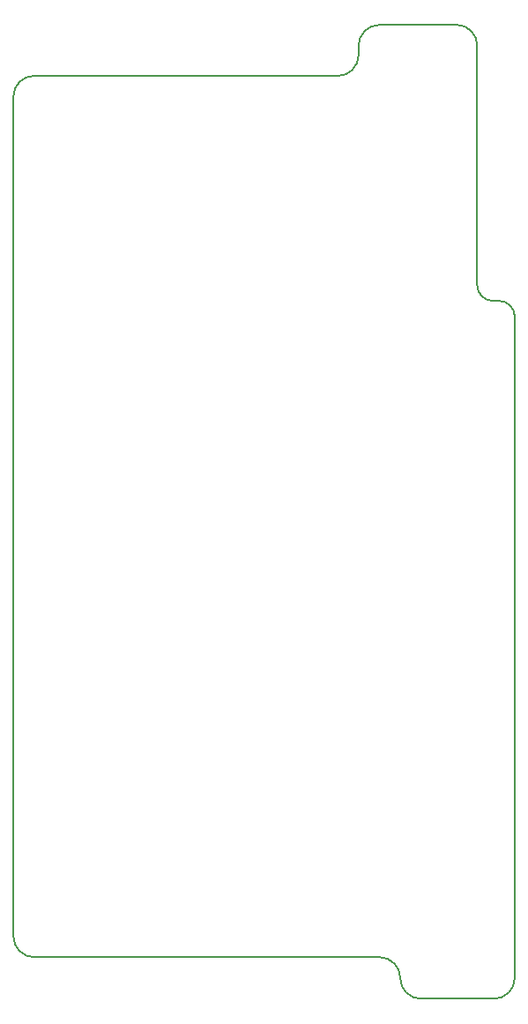
<source format=gbr>
G04 #@! TF.GenerationSoftware,KiCad,Pcbnew,(6.0.0-rc1-dev-205-gc0615c5ef)*
G04 #@! TF.CreationDate,2019-03-07T14:34:26+01:00*
G04 #@! TF.ProjectId,SPACEDOS01B_PCB01A,5350414345444F533031425F50434230,REV*
G04 #@! TF.SameCoordinates,Original*
G04 #@! TF.FileFunction,Profile,NP*
%FSLAX46Y46*%
G04 Gerber Fmt 4.6, Leading zero omitted, Abs format (unit mm)*
G04 Created by KiCad (PCBNEW (6.0.0-rc1-dev-205-gc0615c5ef)) date 03/07/19 14:34:26*
%MOMM*%
%LPD*%
G01*
G04 APERTURE LIST*
%ADD10C,0.150000*%
G04 APERTURE END LIST*
D10*
X86900000Y68500000D02*
X87500000Y68500000D01*
X87500000Y68500000D02*
G75*
G02X89000000Y67000000I0J-1500000D01*
G01*
X86900000Y68500000D02*
G75*
G02X85400000Y70000000I0J1500000D01*
G01*
X76000000Y5500000D02*
G75*
G02X78000000Y3500000I0J-2000000D01*
G01*
X80000000Y1500000D02*
G75*
G02X78000000Y3500000I0J2000000D01*
G01*
X89000000Y3500000D02*
G75*
G02X87000000Y1500000I-2000000J0D01*
G01*
X89000000Y3500000D02*
X89000000Y67000000D01*
X42840000Y5500000D02*
G75*
G02X40840000Y7500000I0J2000000D01*
G01*
X80000000Y1500000D02*
X87000000Y1500000D01*
X42840000Y5500000D02*
X76000000Y5500000D01*
X40840000Y88100000D02*
G75*
G02X42840000Y90100000I2000000J0D01*
G01*
X74000000Y92100000D02*
G75*
G02X72000000Y90100000I-2000000J0D01*
G01*
X74000000Y93000000D02*
X74000000Y92100000D01*
X83400000Y95000000D02*
G75*
G02X85400000Y93000000I0J-2000000D01*
G01*
X74000000Y93000000D02*
G75*
G02X76000000Y95000000I2000000J0D01*
G01*
X76000000Y95000000D02*
X83400000Y95000000D01*
X85400000Y93000000D02*
X85400000Y70000000D01*
X42840000Y90100000D02*
X72000000Y90100000D01*
X40840000Y7500000D02*
X40840000Y88100000D01*
M02*

</source>
